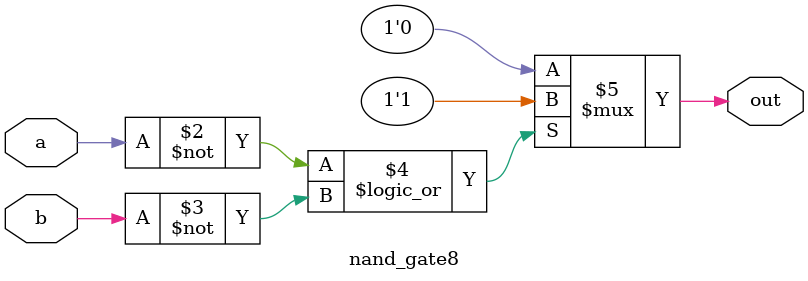
<source format=v>
module nand_gate8 (
  input a,
  input b,
  output reg out
);

    always @(*) begin
        out = (a == 1'b0 || b == 1'b0) ? 1'b1 : 1'b0; // NAND using conditional expression
    end
endmodule

</source>
